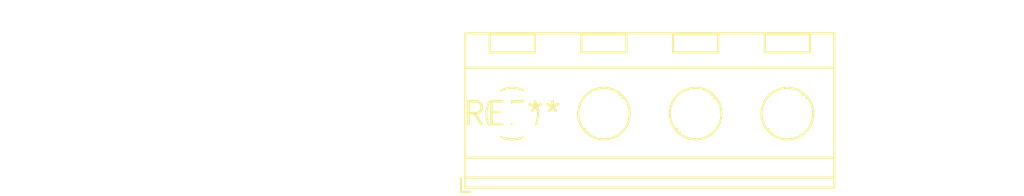
<source format=kicad_pcb>
(kicad_pcb (version 20240108) (generator pcbnew)
  (layers (0 "F.Cu" signal) (31 "B.Cu" signal) (34 "B.Paste" user) (35 "F.Paste" user) (36 "B.SilkS" user "B.Silkscreen") (37 "F.SilkS" user "F.Silkscreen") (38 "B.Mask" user) (39 "F.Mask" user) (44 "Edge.Cuts" user))
  (net 0 "")
  (footprint "TerminalBlock_RND_205-00234_1x04_P5.08mm_Horizontal" (layer "F.Cu") (at 0 0)
    (property "Reference" "REF**")
    (property "Value" "TerminalBlock_RND_205-00234_1x04_P5.08mm_Horizontal")
    (fp_line (start -2.84 3.61) (end -2.84 4.35) (layer "F.SilkS") (stroke (width 0.12)))
    (fp_line (start -2.84 4.35) (end -2.34 4.35) (layer "F.SilkS") (stroke (width 0.12)))
    (fp_line (start -2.6 -4.46) (end -2.6 4.11) (layer "F.SilkS") (stroke (width 0.12)))
    (fp_line (start -2.6 -4.46) (end 17.84 -4.46) (layer "F.SilkS") (stroke (width 0.12)))
    (fp_line (start -2.6 -2.55) (end 17.84 -2.55) (layer "F.SilkS") (stroke (width 0.12)))
    (fp_line (start -2.6 2.45) (end 17.84 2.45) (layer "F.SilkS") (stroke (width 0.12)))
    (fp_line (start -2.6 3.55) (end 17.84 3.55) (layer "F.SilkS") (stroke (width 0.12)))
    (fp_line (start -2.6 4.11) (end 17.84 4.11) (layer "F.SilkS") (stroke (width 0.12)))
    (fp_line (start -1.25 -4.4) (end -1.25 -3.4) (layer "F.SilkS") (stroke (width 0.12)))
    (fp_line (start -1.25 -4.4) (end 1.25 -4.4) (layer "F.SilkS") (stroke (width 0.12)))
    (fp_line (start -1.25 -3.4) (end 1.25 -3.4) (layer "F.SilkS") (stroke (width 0.12)))
    (fp_line (start 1.25 -4.4) (end 1.25 -3.4) (layer "F.SilkS") (stroke (width 0.12)))
    (fp_line (start 3.83 -4.4) (end 3.83 -3.4) (layer "F.SilkS") (stroke (width 0.12)))
    (fp_line (start 3.83 -4.4) (end 6.33 -4.4) (layer "F.SilkS") (stroke (width 0.12)))
    (fp_line (start 3.83 -3.4) (end 6.33 -3.4) (layer "F.SilkS") (stroke (width 0.12)))
    (fp_line (start 4.056 0.85) (end 3.996 0.91) (layer "F.SilkS") (stroke (width 0.12)))
    (fp_line (start 4.21 1.045) (end 4.17 1.085) (layer "F.SilkS") (stroke (width 0.12)))
    (fp_line (start 5.991 -1.085) (end 5.951 -1.045) (layer "F.SilkS") (stroke (width 0.12)))
    (fp_line (start 6.165 -0.91) (end 6.105 -0.851) (layer "F.SilkS") (stroke (width 0.12)))
    (fp_line (start 6.33 -4.4) (end 6.33 -3.4) (layer "F.SilkS") (stroke (width 0.12)))
    (fp_line (start 8.91 -4.4) (end 8.91 -3.4) (layer "F.SilkS") (stroke (width 0.12)))
    (fp_line (start 8.91 -4.4) (end 11.41 -4.4) (layer "F.SilkS") (stroke (width 0.12)))
    (fp_line (start 8.91 -3.4) (end 11.41 -3.4) (layer "F.SilkS") (stroke (width 0.12)))
    (fp_line (start 9.136 0.85) (end 9.076 0.91) (layer "F.SilkS") (stroke (width 0.12)))
    (fp_line (start 9.29 1.045) (end 9.25 1.085) (layer "F.SilkS") (stroke (width 0.12)))
    (fp_line (start 11.071 -1.085) (end 11.031 -1.045) (layer "F.SilkS") (stroke (width 0.12)))
    (fp_line (start 11.245 -0.91) (end 11.185 -0.851) (layer "F.SilkS") (stroke (width 0.12)))
    (fp_line (start 11.41 -4.4) (end 11.41 -3.4) (layer "F.SilkS") (stroke (width 0.12)))
    (fp_line (start 13.99 -4.4) (end 13.99 -3.4) (layer "F.SilkS") (stroke (width 0.12)))
    (fp_line (start 13.99 -4.4) (end 16.49 -4.4) (layer "F.SilkS") (stroke (width 0.12)))
    (fp_line (start 13.99 -3.4) (end 16.49 -3.4) (layer "F.SilkS") (stroke (width 0.12)))
    (fp_line (start 14.216 0.85) (end 14.156 0.91) (layer "F.SilkS") (stroke (width 0.12)))
    (fp_line (start 14.37 1.045) (end 14.33 1.085) (layer "F.SilkS") (stroke (width 0.12)))
    (fp_line (start 16.151 -1.085) (end 16.111 -1.045) (layer "F.SilkS") (stroke (width 0.12)))
    (fp_line (start 16.325 -0.91) (end 16.265 -0.851) (layer "F.SilkS") (stroke (width 0.12)))
    (fp_line (start 16.49 -4.4) (end 16.49 -3.4) (layer "F.SilkS") (stroke (width 0.12)))
    (fp_line (start 17.84 -4.46) (end 17.84 4.11) (layer "F.SilkS") (stroke (width 0.12)))
    (fp_arc (start -1.286611 0.626746) (mid -1.431146 -0.000697) (end -1.286 -0.628) (layer "F.SilkS") (stroke (width 0.12)))
    (fp_arc (start -0.627362 -1.285823) (mid -0.000201 -1.430707) (end 0.627 -1.286) (layer "F.SilkS") (stroke (width 0.12)))
    (fp_arc (start 0.02428 1.43094) (mid -0.310437 1.397071) (end -0.628 1.286) (layer "F.SilkS") (stroke (width 0.12)))
    (fp_arc (start 0.626871 1.285275) (mid 0.32168 1.393349) (end 0 1.43) (layer "F.SilkS") (stroke (width 0.12)))
    (fp_arc (start 1.285823 -0.627362) (mid 1.430707 -0.000201) (end 1.286 0.627) (layer "F.SilkS") (stroke (width 0.12)))
    (fp_circle (center 5.08 0) (end 6.51 0) (layer "F.SilkS") (stroke (width 0.12)) (fill none))
    (fp_circle (center 10.16 0) (end 11.59 0) (layer "F.SilkS") (stroke (width 0.12)) (fill none))
    (fp_circle (center 15.24 0) (end 16.67 0) (layer "F.SilkS") (stroke (width 0.12)) (fill none))
    (pad "1" thru_hole rect (at 0 0) (size 2.1 2.1) (drill 1.1) (layers *.Cu *.Mask) (remove_unused_layers))
    (pad "2" thru_hole circle (at 5.08 0) (size 2.1 2.1) (drill 1.1) (layers *.Cu *.Mask) (remove_unused_layers))
    (pad "3" thru_hole circle (at 10.16 0) (size 2.1 2.1) (drill 1.1) (layers *.Cu *.Mask) (remove_unused_layers))
    (pad "4" thru_hole circle (at 15.24 0) (size 2.1 2.1) (drill 1.1) (layers *.Cu *.Mask) (remove_unused_layers))
  )
)
</source>
